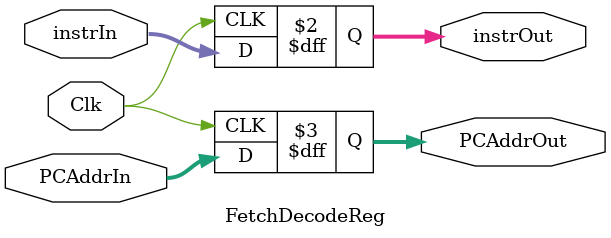
<source format=v>
`timescale 1ns / 1ps


module FetchDecodeReg(
    Clk,
    instrIn,
    PCAddrIn,
    instrOut,
    PCAddrOut
    );
    input Clk;
    input [31:0] instrIn, PCAddrIn;
    output reg[31:0] instrOut, PCAddrOut;
    always@(negedge Clk) begin
        instrOut <= instrIn;
        PCAddrOut <= PCAddrIn;
    end
endmodule

</source>
